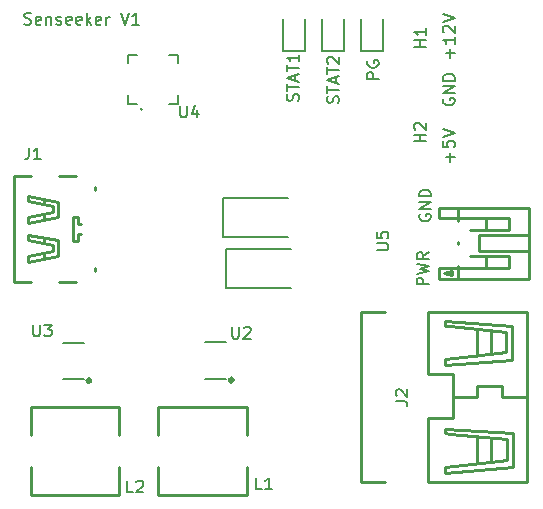
<source format=gbr>
%TF.GenerationSoftware,KiCad,Pcbnew,9.0.7*%
%TF.CreationDate,2026-01-27T16:03:40-08:00*%
%TF.ProjectId,charging-circuit,63686172-6769-46e6-972d-636972637569,rev?*%
%TF.SameCoordinates,Original*%
%TF.FileFunction,Legend,Top*%
%TF.FilePolarity,Positive*%
%FSLAX46Y46*%
G04 Gerber Fmt 4.6, Leading zero omitted, Abs format (unit mm)*
G04 Created by KiCad (PCBNEW 9.0.7) date 2026-01-27 16:03:40*
%MOMM*%
%LPD*%
G01*
G04 APERTURE LIST*
%ADD10C,0.150000*%
%ADD11C,0.250000*%
%ADD12C,0.300000*%
G04 APERTURE END LIST*
D10*
X84088866Y-60663220D02*
X84088866Y-59901316D01*
X84469819Y-60282268D02*
X83707914Y-60282268D01*
X84469819Y-58901316D02*
X84469819Y-59472744D01*
X84469819Y-59187030D02*
X83469819Y-59187030D01*
X83469819Y-59187030D02*
X83612676Y-59282268D01*
X83612676Y-59282268D02*
X83707914Y-59377506D01*
X83707914Y-59377506D02*
X83755533Y-59472744D01*
X83565057Y-58520363D02*
X83517438Y-58472744D01*
X83517438Y-58472744D02*
X83469819Y-58377506D01*
X83469819Y-58377506D02*
X83469819Y-58139411D01*
X83469819Y-58139411D02*
X83517438Y-58044173D01*
X83517438Y-58044173D02*
X83565057Y-57996554D01*
X83565057Y-57996554D02*
X83660295Y-57948935D01*
X83660295Y-57948935D02*
X83755533Y-57948935D01*
X83755533Y-57948935D02*
X83898390Y-57996554D01*
X83898390Y-57996554D02*
X84469819Y-58567982D01*
X84469819Y-58567982D02*
X84469819Y-57948935D01*
X83469819Y-57663220D02*
X84469819Y-57329887D01*
X84469819Y-57329887D02*
X83469819Y-56996554D01*
X82269819Y-79863220D02*
X81269819Y-79863220D01*
X81269819Y-79863220D02*
X81269819Y-79482268D01*
X81269819Y-79482268D02*
X81317438Y-79387030D01*
X81317438Y-79387030D02*
X81365057Y-79339411D01*
X81365057Y-79339411D02*
X81460295Y-79291792D01*
X81460295Y-79291792D02*
X81603152Y-79291792D01*
X81603152Y-79291792D02*
X81698390Y-79339411D01*
X81698390Y-79339411D02*
X81746009Y-79387030D01*
X81746009Y-79387030D02*
X81793628Y-79482268D01*
X81793628Y-79482268D02*
X81793628Y-79863220D01*
X81269819Y-78958458D02*
X82269819Y-78720363D01*
X82269819Y-78720363D02*
X81555533Y-78529887D01*
X81555533Y-78529887D02*
X82269819Y-78339411D01*
X82269819Y-78339411D02*
X81269819Y-78101316D01*
X82269819Y-77148935D02*
X81793628Y-77482268D01*
X82269819Y-77720363D02*
X81269819Y-77720363D01*
X81269819Y-77720363D02*
X81269819Y-77339411D01*
X81269819Y-77339411D02*
X81317438Y-77244173D01*
X81317438Y-77244173D02*
X81365057Y-77196554D01*
X81365057Y-77196554D02*
X81460295Y-77148935D01*
X81460295Y-77148935D02*
X81603152Y-77148935D01*
X81603152Y-77148935D02*
X81698390Y-77196554D01*
X81698390Y-77196554D02*
X81746009Y-77244173D01*
X81746009Y-77244173D02*
X81793628Y-77339411D01*
X81793628Y-77339411D02*
X81793628Y-77720363D01*
X71222200Y-64310839D02*
X71269819Y-64167982D01*
X71269819Y-64167982D02*
X71269819Y-63929887D01*
X71269819Y-63929887D02*
X71222200Y-63834649D01*
X71222200Y-63834649D02*
X71174580Y-63787030D01*
X71174580Y-63787030D02*
X71079342Y-63739411D01*
X71079342Y-63739411D02*
X70984104Y-63739411D01*
X70984104Y-63739411D02*
X70888866Y-63787030D01*
X70888866Y-63787030D02*
X70841247Y-63834649D01*
X70841247Y-63834649D02*
X70793628Y-63929887D01*
X70793628Y-63929887D02*
X70746009Y-64120363D01*
X70746009Y-64120363D02*
X70698390Y-64215601D01*
X70698390Y-64215601D02*
X70650771Y-64263220D01*
X70650771Y-64263220D02*
X70555533Y-64310839D01*
X70555533Y-64310839D02*
X70460295Y-64310839D01*
X70460295Y-64310839D02*
X70365057Y-64263220D01*
X70365057Y-64263220D02*
X70317438Y-64215601D01*
X70317438Y-64215601D02*
X70269819Y-64120363D01*
X70269819Y-64120363D02*
X70269819Y-63882268D01*
X70269819Y-63882268D02*
X70317438Y-63739411D01*
X70269819Y-63453696D02*
X70269819Y-62882268D01*
X71269819Y-63167982D02*
X70269819Y-63167982D01*
X70984104Y-62596553D02*
X70984104Y-62120363D01*
X71269819Y-62691791D02*
X70269819Y-62358458D01*
X70269819Y-62358458D02*
X71269819Y-62025125D01*
X70269819Y-61834648D02*
X70269819Y-61263220D01*
X71269819Y-61548934D02*
X70269819Y-61548934D01*
X71269819Y-60406077D02*
X71269819Y-60977505D01*
X71269819Y-60691791D02*
X70269819Y-60691791D01*
X70269819Y-60691791D02*
X70412676Y-60787029D01*
X70412676Y-60787029D02*
X70507914Y-60882267D01*
X70507914Y-60882267D02*
X70555533Y-60977505D01*
X84088866Y-69463220D02*
X84088866Y-68701316D01*
X84469819Y-69082268D02*
X83707914Y-69082268D01*
X83469819Y-67748935D02*
X83469819Y-68225125D01*
X83469819Y-68225125D02*
X83946009Y-68272744D01*
X83946009Y-68272744D02*
X83898390Y-68225125D01*
X83898390Y-68225125D02*
X83850771Y-68129887D01*
X83850771Y-68129887D02*
X83850771Y-67891792D01*
X83850771Y-67891792D02*
X83898390Y-67796554D01*
X83898390Y-67796554D02*
X83946009Y-67748935D01*
X83946009Y-67748935D02*
X84041247Y-67701316D01*
X84041247Y-67701316D02*
X84279342Y-67701316D01*
X84279342Y-67701316D02*
X84374580Y-67748935D01*
X84374580Y-67748935D02*
X84422200Y-67796554D01*
X84422200Y-67796554D02*
X84469819Y-67891792D01*
X84469819Y-67891792D02*
X84469819Y-68129887D01*
X84469819Y-68129887D02*
X84422200Y-68225125D01*
X84422200Y-68225125D02*
X84374580Y-68272744D01*
X83469819Y-67415601D02*
X84469819Y-67082268D01*
X84469819Y-67082268D02*
X83469819Y-66748935D01*
X74622200Y-64510839D02*
X74669819Y-64367982D01*
X74669819Y-64367982D02*
X74669819Y-64129887D01*
X74669819Y-64129887D02*
X74622200Y-64034649D01*
X74622200Y-64034649D02*
X74574580Y-63987030D01*
X74574580Y-63987030D02*
X74479342Y-63939411D01*
X74479342Y-63939411D02*
X74384104Y-63939411D01*
X74384104Y-63939411D02*
X74288866Y-63987030D01*
X74288866Y-63987030D02*
X74241247Y-64034649D01*
X74241247Y-64034649D02*
X74193628Y-64129887D01*
X74193628Y-64129887D02*
X74146009Y-64320363D01*
X74146009Y-64320363D02*
X74098390Y-64415601D01*
X74098390Y-64415601D02*
X74050771Y-64463220D01*
X74050771Y-64463220D02*
X73955533Y-64510839D01*
X73955533Y-64510839D02*
X73860295Y-64510839D01*
X73860295Y-64510839D02*
X73765057Y-64463220D01*
X73765057Y-64463220D02*
X73717438Y-64415601D01*
X73717438Y-64415601D02*
X73669819Y-64320363D01*
X73669819Y-64320363D02*
X73669819Y-64082268D01*
X73669819Y-64082268D02*
X73717438Y-63939411D01*
X73669819Y-63653696D02*
X73669819Y-63082268D01*
X74669819Y-63367982D02*
X73669819Y-63367982D01*
X74384104Y-62796553D02*
X74384104Y-62320363D01*
X74669819Y-62891791D02*
X73669819Y-62558458D01*
X73669819Y-62558458D02*
X74669819Y-62225125D01*
X73669819Y-62034648D02*
X73669819Y-61463220D01*
X74669819Y-61748934D02*
X73669819Y-61748934D01*
X73765057Y-61177505D02*
X73717438Y-61129886D01*
X73717438Y-61129886D02*
X73669819Y-61034648D01*
X73669819Y-61034648D02*
X73669819Y-60796553D01*
X73669819Y-60796553D02*
X73717438Y-60701315D01*
X73717438Y-60701315D02*
X73765057Y-60653696D01*
X73765057Y-60653696D02*
X73860295Y-60606077D01*
X73860295Y-60606077D02*
X73955533Y-60606077D01*
X73955533Y-60606077D02*
X74098390Y-60653696D01*
X74098390Y-60653696D02*
X74669819Y-61225124D01*
X74669819Y-61225124D02*
X74669819Y-60606077D01*
X48041160Y-57822200D02*
X48184017Y-57869819D01*
X48184017Y-57869819D02*
X48422112Y-57869819D01*
X48422112Y-57869819D02*
X48517350Y-57822200D01*
X48517350Y-57822200D02*
X48564969Y-57774580D01*
X48564969Y-57774580D02*
X48612588Y-57679342D01*
X48612588Y-57679342D02*
X48612588Y-57584104D01*
X48612588Y-57584104D02*
X48564969Y-57488866D01*
X48564969Y-57488866D02*
X48517350Y-57441247D01*
X48517350Y-57441247D02*
X48422112Y-57393628D01*
X48422112Y-57393628D02*
X48231636Y-57346009D01*
X48231636Y-57346009D02*
X48136398Y-57298390D01*
X48136398Y-57298390D02*
X48088779Y-57250771D01*
X48088779Y-57250771D02*
X48041160Y-57155533D01*
X48041160Y-57155533D02*
X48041160Y-57060295D01*
X48041160Y-57060295D02*
X48088779Y-56965057D01*
X48088779Y-56965057D02*
X48136398Y-56917438D01*
X48136398Y-56917438D02*
X48231636Y-56869819D01*
X48231636Y-56869819D02*
X48469731Y-56869819D01*
X48469731Y-56869819D02*
X48612588Y-56917438D01*
X49422112Y-57822200D02*
X49326874Y-57869819D01*
X49326874Y-57869819D02*
X49136398Y-57869819D01*
X49136398Y-57869819D02*
X49041160Y-57822200D01*
X49041160Y-57822200D02*
X48993541Y-57726961D01*
X48993541Y-57726961D02*
X48993541Y-57346009D01*
X48993541Y-57346009D02*
X49041160Y-57250771D01*
X49041160Y-57250771D02*
X49136398Y-57203152D01*
X49136398Y-57203152D02*
X49326874Y-57203152D01*
X49326874Y-57203152D02*
X49422112Y-57250771D01*
X49422112Y-57250771D02*
X49469731Y-57346009D01*
X49469731Y-57346009D02*
X49469731Y-57441247D01*
X49469731Y-57441247D02*
X48993541Y-57536485D01*
X49898303Y-57203152D02*
X49898303Y-57869819D01*
X49898303Y-57298390D02*
X49945922Y-57250771D01*
X49945922Y-57250771D02*
X50041160Y-57203152D01*
X50041160Y-57203152D02*
X50184017Y-57203152D01*
X50184017Y-57203152D02*
X50279255Y-57250771D01*
X50279255Y-57250771D02*
X50326874Y-57346009D01*
X50326874Y-57346009D02*
X50326874Y-57869819D01*
X50755446Y-57822200D02*
X50850684Y-57869819D01*
X50850684Y-57869819D02*
X51041160Y-57869819D01*
X51041160Y-57869819D02*
X51136398Y-57822200D01*
X51136398Y-57822200D02*
X51184017Y-57726961D01*
X51184017Y-57726961D02*
X51184017Y-57679342D01*
X51184017Y-57679342D02*
X51136398Y-57584104D01*
X51136398Y-57584104D02*
X51041160Y-57536485D01*
X51041160Y-57536485D02*
X50898303Y-57536485D01*
X50898303Y-57536485D02*
X50803065Y-57488866D01*
X50803065Y-57488866D02*
X50755446Y-57393628D01*
X50755446Y-57393628D02*
X50755446Y-57346009D01*
X50755446Y-57346009D02*
X50803065Y-57250771D01*
X50803065Y-57250771D02*
X50898303Y-57203152D01*
X50898303Y-57203152D02*
X51041160Y-57203152D01*
X51041160Y-57203152D02*
X51136398Y-57250771D01*
X51993541Y-57822200D02*
X51898303Y-57869819D01*
X51898303Y-57869819D02*
X51707827Y-57869819D01*
X51707827Y-57869819D02*
X51612589Y-57822200D01*
X51612589Y-57822200D02*
X51564970Y-57726961D01*
X51564970Y-57726961D02*
X51564970Y-57346009D01*
X51564970Y-57346009D02*
X51612589Y-57250771D01*
X51612589Y-57250771D02*
X51707827Y-57203152D01*
X51707827Y-57203152D02*
X51898303Y-57203152D01*
X51898303Y-57203152D02*
X51993541Y-57250771D01*
X51993541Y-57250771D02*
X52041160Y-57346009D01*
X52041160Y-57346009D02*
X52041160Y-57441247D01*
X52041160Y-57441247D02*
X51564970Y-57536485D01*
X52850684Y-57822200D02*
X52755446Y-57869819D01*
X52755446Y-57869819D02*
X52564970Y-57869819D01*
X52564970Y-57869819D02*
X52469732Y-57822200D01*
X52469732Y-57822200D02*
X52422113Y-57726961D01*
X52422113Y-57726961D02*
X52422113Y-57346009D01*
X52422113Y-57346009D02*
X52469732Y-57250771D01*
X52469732Y-57250771D02*
X52564970Y-57203152D01*
X52564970Y-57203152D02*
X52755446Y-57203152D01*
X52755446Y-57203152D02*
X52850684Y-57250771D01*
X52850684Y-57250771D02*
X52898303Y-57346009D01*
X52898303Y-57346009D02*
X52898303Y-57441247D01*
X52898303Y-57441247D02*
X52422113Y-57536485D01*
X53326875Y-57869819D02*
X53326875Y-56869819D01*
X53422113Y-57488866D02*
X53707827Y-57869819D01*
X53707827Y-57203152D02*
X53326875Y-57584104D01*
X54517351Y-57822200D02*
X54422113Y-57869819D01*
X54422113Y-57869819D02*
X54231637Y-57869819D01*
X54231637Y-57869819D02*
X54136399Y-57822200D01*
X54136399Y-57822200D02*
X54088780Y-57726961D01*
X54088780Y-57726961D02*
X54088780Y-57346009D01*
X54088780Y-57346009D02*
X54136399Y-57250771D01*
X54136399Y-57250771D02*
X54231637Y-57203152D01*
X54231637Y-57203152D02*
X54422113Y-57203152D01*
X54422113Y-57203152D02*
X54517351Y-57250771D01*
X54517351Y-57250771D02*
X54564970Y-57346009D01*
X54564970Y-57346009D02*
X54564970Y-57441247D01*
X54564970Y-57441247D02*
X54088780Y-57536485D01*
X54993542Y-57869819D02*
X54993542Y-57203152D01*
X54993542Y-57393628D02*
X55041161Y-57298390D01*
X55041161Y-57298390D02*
X55088780Y-57250771D01*
X55088780Y-57250771D02*
X55184018Y-57203152D01*
X55184018Y-57203152D02*
X55279256Y-57203152D01*
X56231638Y-56869819D02*
X56564971Y-57869819D01*
X56564971Y-57869819D02*
X56898304Y-56869819D01*
X57755447Y-57869819D02*
X57184019Y-57869819D01*
X57469733Y-57869819D02*
X57469733Y-56869819D01*
X57469733Y-56869819D02*
X57374495Y-57012676D01*
X57374495Y-57012676D02*
X57279257Y-57107914D01*
X57279257Y-57107914D02*
X57184019Y-57155533D01*
X78069819Y-62463220D02*
X77069819Y-62463220D01*
X77069819Y-62463220D02*
X77069819Y-62082268D01*
X77069819Y-62082268D02*
X77117438Y-61987030D01*
X77117438Y-61987030D02*
X77165057Y-61939411D01*
X77165057Y-61939411D02*
X77260295Y-61891792D01*
X77260295Y-61891792D02*
X77403152Y-61891792D01*
X77403152Y-61891792D02*
X77498390Y-61939411D01*
X77498390Y-61939411D02*
X77546009Y-61987030D01*
X77546009Y-61987030D02*
X77593628Y-62082268D01*
X77593628Y-62082268D02*
X77593628Y-62463220D01*
X77117438Y-60939411D02*
X77069819Y-61034649D01*
X77069819Y-61034649D02*
X77069819Y-61177506D01*
X77069819Y-61177506D02*
X77117438Y-61320363D01*
X77117438Y-61320363D02*
X77212676Y-61415601D01*
X77212676Y-61415601D02*
X77307914Y-61463220D01*
X77307914Y-61463220D02*
X77498390Y-61510839D01*
X77498390Y-61510839D02*
X77641247Y-61510839D01*
X77641247Y-61510839D02*
X77831723Y-61463220D01*
X77831723Y-61463220D02*
X77926961Y-61415601D01*
X77926961Y-61415601D02*
X78022200Y-61320363D01*
X78022200Y-61320363D02*
X78069819Y-61177506D01*
X78069819Y-61177506D02*
X78069819Y-61082268D01*
X78069819Y-61082268D02*
X78022200Y-60939411D01*
X78022200Y-60939411D02*
X77974580Y-60891792D01*
X77974580Y-60891792D02*
X77641247Y-60891792D01*
X77641247Y-60891792D02*
X77641247Y-61082268D01*
X81517438Y-73939411D02*
X81469819Y-74034649D01*
X81469819Y-74034649D02*
X81469819Y-74177506D01*
X81469819Y-74177506D02*
X81517438Y-74320363D01*
X81517438Y-74320363D02*
X81612676Y-74415601D01*
X81612676Y-74415601D02*
X81707914Y-74463220D01*
X81707914Y-74463220D02*
X81898390Y-74510839D01*
X81898390Y-74510839D02*
X82041247Y-74510839D01*
X82041247Y-74510839D02*
X82231723Y-74463220D01*
X82231723Y-74463220D02*
X82326961Y-74415601D01*
X82326961Y-74415601D02*
X82422200Y-74320363D01*
X82422200Y-74320363D02*
X82469819Y-74177506D01*
X82469819Y-74177506D02*
X82469819Y-74082268D01*
X82469819Y-74082268D02*
X82422200Y-73939411D01*
X82422200Y-73939411D02*
X82374580Y-73891792D01*
X82374580Y-73891792D02*
X82041247Y-73891792D01*
X82041247Y-73891792D02*
X82041247Y-74082268D01*
X82469819Y-73463220D02*
X81469819Y-73463220D01*
X81469819Y-73463220D02*
X82469819Y-72891792D01*
X82469819Y-72891792D02*
X81469819Y-72891792D01*
X82469819Y-72415601D02*
X81469819Y-72415601D01*
X81469819Y-72415601D02*
X81469819Y-72177506D01*
X81469819Y-72177506D02*
X81517438Y-72034649D01*
X81517438Y-72034649D02*
X81612676Y-71939411D01*
X81612676Y-71939411D02*
X81707914Y-71891792D01*
X81707914Y-71891792D02*
X81898390Y-71844173D01*
X81898390Y-71844173D02*
X82041247Y-71844173D01*
X82041247Y-71844173D02*
X82231723Y-71891792D01*
X82231723Y-71891792D02*
X82326961Y-71939411D01*
X82326961Y-71939411D02*
X82422200Y-72034649D01*
X82422200Y-72034649D02*
X82469819Y-72177506D01*
X82469819Y-72177506D02*
X82469819Y-72415601D01*
X83517438Y-64139411D02*
X83469819Y-64234649D01*
X83469819Y-64234649D02*
X83469819Y-64377506D01*
X83469819Y-64377506D02*
X83517438Y-64520363D01*
X83517438Y-64520363D02*
X83612676Y-64615601D01*
X83612676Y-64615601D02*
X83707914Y-64663220D01*
X83707914Y-64663220D02*
X83898390Y-64710839D01*
X83898390Y-64710839D02*
X84041247Y-64710839D01*
X84041247Y-64710839D02*
X84231723Y-64663220D01*
X84231723Y-64663220D02*
X84326961Y-64615601D01*
X84326961Y-64615601D02*
X84422200Y-64520363D01*
X84422200Y-64520363D02*
X84469819Y-64377506D01*
X84469819Y-64377506D02*
X84469819Y-64282268D01*
X84469819Y-64282268D02*
X84422200Y-64139411D01*
X84422200Y-64139411D02*
X84374580Y-64091792D01*
X84374580Y-64091792D02*
X84041247Y-64091792D01*
X84041247Y-64091792D02*
X84041247Y-64282268D01*
X84469819Y-63663220D02*
X83469819Y-63663220D01*
X83469819Y-63663220D02*
X84469819Y-63091792D01*
X84469819Y-63091792D02*
X83469819Y-63091792D01*
X84469819Y-62615601D02*
X83469819Y-62615601D01*
X83469819Y-62615601D02*
X83469819Y-62377506D01*
X83469819Y-62377506D02*
X83517438Y-62234649D01*
X83517438Y-62234649D02*
X83612676Y-62139411D01*
X83612676Y-62139411D02*
X83707914Y-62091792D01*
X83707914Y-62091792D02*
X83898390Y-62044173D01*
X83898390Y-62044173D02*
X84041247Y-62044173D01*
X84041247Y-62044173D02*
X84231723Y-62091792D01*
X84231723Y-62091792D02*
X84326961Y-62139411D01*
X84326961Y-62139411D02*
X84422200Y-62234649D01*
X84422200Y-62234649D02*
X84469819Y-62377506D01*
X84469819Y-62377506D02*
X84469819Y-62615601D01*
X68159333Y-97228819D02*
X67683143Y-97228819D01*
X67683143Y-97228819D02*
X67683143Y-96228819D01*
X69016476Y-97228819D02*
X68445048Y-97228819D01*
X68730762Y-97228819D02*
X68730762Y-96228819D01*
X68730762Y-96228819D02*
X68635524Y-96371676D01*
X68635524Y-96371676D02*
X68540286Y-96466914D01*
X68540286Y-96466914D02*
X68445048Y-96514533D01*
X82054819Y-59761904D02*
X81054819Y-59761904D01*
X81531009Y-59761904D02*
X81531009Y-59190476D01*
X82054819Y-59190476D02*
X81054819Y-59190476D01*
X82054819Y-58190476D02*
X82054819Y-58761904D01*
X82054819Y-58476190D02*
X81054819Y-58476190D01*
X81054819Y-58476190D02*
X81197676Y-58571428D01*
X81197676Y-58571428D02*
X81292914Y-58666666D01*
X81292914Y-58666666D02*
X81340533Y-58761904D01*
X48434666Y-68288819D02*
X48434666Y-69003104D01*
X48434666Y-69003104D02*
X48387047Y-69145961D01*
X48387047Y-69145961D02*
X48291809Y-69241200D01*
X48291809Y-69241200D02*
X48148952Y-69288819D01*
X48148952Y-69288819D02*
X48053714Y-69288819D01*
X49434666Y-69288819D02*
X48863238Y-69288819D01*
X49148952Y-69288819D02*
X49148952Y-68288819D01*
X49148952Y-68288819D02*
X49053714Y-68431676D01*
X49053714Y-68431676D02*
X48958476Y-68526914D01*
X48958476Y-68526914D02*
X48863238Y-68574533D01*
X65638095Y-83454819D02*
X65638095Y-84264342D01*
X65638095Y-84264342D02*
X65685714Y-84359580D01*
X65685714Y-84359580D02*
X65733333Y-84407200D01*
X65733333Y-84407200D02*
X65828571Y-84454819D01*
X65828571Y-84454819D02*
X66019047Y-84454819D01*
X66019047Y-84454819D02*
X66114285Y-84407200D01*
X66114285Y-84407200D02*
X66161904Y-84359580D01*
X66161904Y-84359580D02*
X66209523Y-84264342D01*
X66209523Y-84264342D02*
X66209523Y-83454819D01*
X66638095Y-83550057D02*
X66685714Y-83502438D01*
X66685714Y-83502438D02*
X66780952Y-83454819D01*
X66780952Y-83454819D02*
X67019047Y-83454819D01*
X67019047Y-83454819D02*
X67114285Y-83502438D01*
X67114285Y-83502438D02*
X67161904Y-83550057D01*
X67161904Y-83550057D02*
X67209523Y-83645295D01*
X67209523Y-83645295D02*
X67209523Y-83740533D01*
X67209523Y-83740533D02*
X67161904Y-83883390D01*
X67161904Y-83883390D02*
X66590476Y-84454819D01*
X66590476Y-84454819D02*
X67209523Y-84454819D01*
X77854819Y-76961904D02*
X78664342Y-76961904D01*
X78664342Y-76961904D02*
X78759580Y-76914285D01*
X78759580Y-76914285D02*
X78807200Y-76866666D01*
X78807200Y-76866666D02*
X78854819Y-76771428D01*
X78854819Y-76771428D02*
X78854819Y-76580952D01*
X78854819Y-76580952D02*
X78807200Y-76485714D01*
X78807200Y-76485714D02*
X78759580Y-76438095D01*
X78759580Y-76438095D02*
X78664342Y-76390476D01*
X78664342Y-76390476D02*
X77854819Y-76390476D01*
X77854819Y-75438095D02*
X77854819Y-75914285D01*
X77854819Y-75914285D02*
X78331009Y-75961904D01*
X78331009Y-75961904D02*
X78283390Y-75914285D01*
X78283390Y-75914285D02*
X78235771Y-75819047D01*
X78235771Y-75819047D02*
X78235771Y-75580952D01*
X78235771Y-75580952D02*
X78283390Y-75485714D01*
X78283390Y-75485714D02*
X78331009Y-75438095D01*
X78331009Y-75438095D02*
X78426247Y-75390476D01*
X78426247Y-75390476D02*
X78664342Y-75390476D01*
X78664342Y-75390476D02*
X78759580Y-75438095D01*
X78759580Y-75438095D02*
X78807200Y-75485714D01*
X78807200Y-75485714D02*
X78854819Y-75580952D01*
X78854819Y-75580952D02*
X78854819Y-75819047D01*
X78854819Y-75819047D02*
X78807200Y-75914285D01*
X78807200Y-75914285D02*
X78759580Y-75961904D01*
X48768095Y-83274819D02*
X48768095Y-84084342D01*
X48768095Y-84084342D02*
X48815714Y-84179580D01*
X48815714Y-84179580D02*
X48863333Y-84227200D01*
X48863333Y-84227200D02*
X48958571Y-84274819D01*
X48958571Y-84274819D02*
X49149047Y-84274819D01*
X49149047Y-84274819D02*
X49244285Y-84227200D01*
X49244285Y-84227200D02*
X49291904Y-84179580D01*
X49291904Y-84179580D02*
X49339523Y-84084342D01*
X49339523Y-84084342D02*
X49339523Y-83274819D01*
X49720476Y-83274819D02*
X50339523Y-83274819D01*
X50339523Y-83274819D02*
X50006190Y-83655771D01*
X50006190Y-83655771D02*
X50149047Y-83655771D01*
X50149047Y-83655771D02*
X50244285Y-83703390D01*
X50244285Y-83703390D02*
X50291904Y-83751009D01*
X50291904Y-83751009D02*
X50339523Y-83846247D01*
X50339523Y-83846247D02*
X50339523Y-84084342D01*
X50339523Y-84084342D02*
X50291904Y-84179580D01*
X50291904Y-84179580D02*
X50244285Y-84227200D01*
X50244285Y-84227200D02*
X50149047Y-84274819D01*
X50149047Y-84274819D02*
X49863333Y-84274819D01*
X49863333Y-84274819D02*
X49768095Y-84227200D01*
X49768095Y-84227200D02*
X49720476Y-84179580D01*
X79464819Y-89741333D02*
X80179104Y-89741333D01*
X80179104Y-89741333D02*
X80321961Y-89788952D01*
X80321961Y-89788952D02*
X80417200Y-89884190D01*
X80417200Y-89884190D02*
X80464819Y-90027047D01*
X80464819Y-90027047D02*
X80464819Y-90122285D01*
X79560057Y-89312761D02*
X79512438Y-89265142D01*
X79512438Y-89265142D02*
X79464819Y-89169904D01*
X79464819Y-89169904D02*
X79464819Y-88931809D01*
X79464819Y-88931809D02*
X79512438Y-88836571D01*
X79512438Y-88836571D02*
X79560057Y-88788952D01*
X79560057Y-88788952D02*
X79655295Y-88741333D01*
X79655295Y-88741333D02*
X79750533Y-88741333D01*
X79750533Y-88741333D02*
X79893390Y-88788952D01*
X79893390Y-88788952D02*
X80464819Y-89360380D01*
X80464819Y-89360380D02*
X80464819Y-88741333D01*
X57237333Y-97482819D02*
X56761143Y-97482819D01*
X56761143Y-97482819D02*
X56761143Y-96482819D01*
X57523048Y-96578057D02*
X57570667Y-96530438D01*
X57570667Y-96530438D02*
X57665905Y-96482819D01*
X57665905Y-96482819D02*
X57904000Y-96482819D01*
X57904000Y-96482819D02*
X57999238Y-96530438D01*
X57999238Y-96530438D02*
X58046857Y-96578057D01*
X58046857Y-96578057D02*
X58094476Y-96673295D01*
X58094476Y-96673295D02*
X58094476Y-96768533D01*
X58094476Y-96768533D02*
X58046857Y-96911390D01*
X58046857Y-96911390D02*
X57475429Y-97482819D01*
X57475429Y-97482819D02*
X58094476Y-97482819D01*
X61214095Y-64732819D02*
X61214095Y-65542342D01*
X61214095Y-65542342D02*
X61261714Y-65637580D01*
X61261714Y-65637580D02*
X61309333Y-65685200D01*
X61309333Y-65685200D02*
X61404571Y-65732819D01*
X61404571Y-65732819D02*
X61595047Y-65732819D01*
X61595047Y-65732819D02*
X61690285Y-65685200D01*
X61690285Y-65685200D02*
X61737904Y-65637580D01*
X61737904Y-65637580D02*
X61785523Y-65542342D01*
X61785523Y-65542342D02*
X61785523Y-64732819D01*
X62690285Y-65066152D02*
X62690285Y-65732819D01*
X62452190Y-64685200D02*
X62214095Y-65399485D01*
X62214095Y-65399485D02*
X62833142Y-65399485D01*
X82054819Y-67761904D02*
X81054819Y-67761904D01*
X81531009Y-67761904D02*
X81531009Y-67190476D01*
X82054819Y-67190476D02*
X81054819Y-67190476D01*
X81150057Y-66761904D02*
X81102438Y-66714285D01*
X81102438Y-66714285D02*
X81054819Y-66619047D01*
X81054819Y-66619047D02*
X81054819Y-66380952D01*
X81054819Y-66380952D02*
X81102438Y-66285714D01*
X81102438Y-66285714D02*
X81150057Y-66238095D01*
X81150057Y-66238095D02*
X81245295Y-66190476D01*
X81245295Y-66190476D02*
X81340533Y-66190476D01*
X81340533Y-66190476D02*
X81483390Y-66238095D01*
X81483390Y-66238095D02*
X82054819Y-66809523D01*
X82054819Y-66809523D02*
X82054819Y-66190476D01*
D11*
%TO.C,L1*%
X59394000Y-90230000D02*
X59394000Y-92650000D01*
X59394000Y-90230000D02*
X66894000Y-90230000D01*
X59394000Y-95310000D02*
X59394000Y-97730000D01*
X66894000Y-92650000D02*
X66894000Y-90230000D01*
X66894000Y-97730000D02*
X59394000Y-97730000D01*
X66894000Y-97730000D02*
X66894000Y-95310000D01*
%TO.C,J1*%
X47198000Y-70684000D02*
X47198000Y-79684000D01*
X47198000Y-79684000D02*
X48598000Y-79684000D01*
X48368000Y-72364000D02*
X50868000Y-72864000D01*
X48368000Y-72844000D02*
X48368000Y-72364000D01*
X48368000Y-74174000D02*
X50468000Y-73774000D01*
X48368000Y-74664000D02*
X48368000Y-74174000D01*
X48368000Y-75644000D02*
X50868000Y-76144000D01*
X48368000Y-76114000D02*
X48368000Y-75644000D01*
X48368000Y-77444000D02*
X50468000Y-77044000D01*
X48368000Y-77944000D02*
X48368000Y-77444000D01*
X48598000Y-70684000D02*
X48618000Y-70684000D01*
X48618000Y-70684000D02*
X47198000Y-70684000D01*
X49668000Y-72664000D02*
X49668000Y-73064000D01*
X49668000Y-73964000D02*
X49668000Y-74364000D01*
X49668000Y-75944000D02*
X49668000Y-76344000D01*
X49668000Y-77244000D02*
X49668000Y-77644000D01*
X50468000Y-73244000D02*
X48368000Y-72844000D01*
X50468000Y-73774000D02*
X50468000Y-73244000D01*
X50468000Y-76524000D02*
X48368000Y-76114000D01*
X50468000Y-77044000D02*
X50468000Y-76524000D01*
X50868000Y-72864000D02*
X50868000Y-74164000D01*
X50868000Y-74164000D02*
X48368000Y-74664000D01*
X50868000Y-76144000D02*
X50868000Y-77444000D01*
X50868000Y-77444000D02*
X48368000Y-77944000D01*
X50998000Y-79684000D02*
X52448000Y-79684000D01*
X52198000Y-74174000D02*
X52198000Y-76194000D01*
X52198000Y-74184000D02*
X52598000Y-74184000D01*
X52198000Y-76184000D02*
X52598000Y-76184000D01*
X52398000Y-70684000D02*
X50958000Y-70684000D01*
X52398000Y-70684000D02*
X52438000Y-70684000D01*
X52598000Y-74184000D02*
X52598000Y-74784000D01*
X52598000Y-74784000D02*
X52798000Y-74784000D01*
X52598000Y-75584000D02*
X52798000Y-75584000D01*
X52598000Y-76184000D02*
X52598000Y-75584000D01*
X53998000Y-71644000D02*
X53998000Y-71854000D01*
X53998000Y-78514000D02*
X53998000Y-78724000D01*
D10*
%TO.C,U2*%
X65152000Y-84754000D02*
X63372000Y-84754000D01*
X65152000Y-87834000D02*
X63372000Y-87834000D01*
D12*
X65712000Y-87964000D02*
G75*
G02*
X65412000Y-87964000I-150000J0D01*
G01*
X65412000Y-87964000D02*
G75*
G02*
X65712000Y-87964000I150000J0D01*
G01*
D11*
%TO.C,U5*%
X83148218Y-73370410D02*
X83148218Y-74270410D01*
X83148218Y-74270410D02*
X84748218Y-74270410D01*
X83148218Y-78470410D02*
X84748218Y-78470410D01*
X83148218Y-79370410D02*
X83148218Y-78470410D01*
X83548218Y-78920410D02*
X84248218Y-78770410D01*
X84248218Y-78770410D02*
X84248218Y-79070410D01*
X84248218Y-79070410D02*
X83548218Y-78920410D01*
X84748218Y-73370410D02*
X83148218Y-73370410D01*
X84748218Y-73370410D02*
X84748218Y-74470410D01*
X84748218Y-73370410D02*
X90748218Y-73370410D01*
X84748218Y-74270410D02*
X89048218Y-74270410D01*
X84748218Y-76270410D02*
X84748218Y-76470410D01*
X84748218Y-78270410D02*
X84748218Y-79370410D01*
X84748218Y-79370410D02*
X83148218Y-79370410D01*
X85768218Y-77500410D02*
X89048218Y-77500410D01*
X86498218Y-75670410D02*
X86498218Y-77020410D01*
X86498218Y-77020410D02*
X90748218Y-77020410D01*
X87148218Y-74270410D02*
X87148218Y-75220410D01*
X87148218Y-77500410D02*
X87148218Y-78450410D01*
X89048218Y-74270410D02*
X89048218Y-75220410D01*
X89048218Y-75220410D02*
X85768218Y-75220410D01*
X89048218Y-77500410D02*
X89048218Y-78450410D01*
X89048218Y-78450410D02*
X84748218Y-78450410D01*
X90748218Y-73370410D02*
X90748218Y-79370410D01*
X90748218Y-75670410D02*
X86498218Y-75670410D01*
X90748218Y-75670410D02*
X90748218Y-75670410D01*
X90748218Y-79370410D02*
X84748218Y-79370410D01*
D10*
%TO.C,D5*%
X65070000Y-76836000D02*
X65070000Y-80136000D01*
X65070000Y-76836000D02*
X70580000Y-76836000D01*
X65070000Y-80136000D02*
X70580000Y-80136000D01*
%TO.C,U3*%
X53094000Y-84820000D02*
X51314000Y-84820000D01*
X53094000Y-87900000D02*
X51314000Y-87900000D01*
D12*
X53654000Y-88030000D02*
G75*
G02*
X53354000Y-88030000I-150000J0D01*
G01*
X53354000Y-88030000D02*
G75*
G02*
X53654000Y-88030000I150000J0D01*
G01*
D10*
%TO.C,D1*%
X69906000Y-57420000D02*
X69906000Y-60110000D01*
X69906000Y-60110000D02*
X71826000Y-60110000D01*
X71826000Y-60110000D02*
X71826000Y-57420000D01*
%TO.C,D2*%
X76510000Y-57420000D02*
X76510000Y-60110000D01*
X76510000Y-60110000D02*
X78430000Y-60110000D01*
X78430000Y-60110000D02*
X78430000Y-57420000D01*
D11*
%TO.C,J2*%
X76506000Y-82208000D02*
X78566000Y-82208000D01*
X76506000Y-96608000D02*
X76506000Y-82208000D01*
X76506000Y-96608000D02*
X78566000Y-96608000D01*
X82206000Y-82208000D02*
X90626000Y-82208000D01*
X82206000Y-96608000D02*
X90626000Y-96608000D01*
X82216000Y-82218000D02*
X82216000Y-87418000D01*
X82216000Y-87418000D02*
X84356000Y-87418000D01*
X82236000Y-91198000D02*
X82236000Y-96598000D01*
X83626000Y-82998000D02*
X89366000Y-83348000D01*
X83626000Y-83378000D02*
X83626000Y-82998000D01*
X83626000Y-86218000D02*
X88166000Y-85708000D01*
X83626000Y-86728000D02*
X83626000Y-86218000D01*
X83676000Y-92098000D02*
X89426000Y-92448000D01*
X83676000Y-92478000D02*
X83676000Y-92098000D01*
X83676000Y-95318000D02*
X88216000Y-94808000D01*
X83676000Y-95828000D02*
X83676000Y-95318000D01*
X84056000Y-83408000D02*
X83626000Y-83378000D01*
X84106000Y-92508000D02*
X83676000Y-92478000D01*
X84326000Y-89418000D02*
X86346000Y-89418000D01*
X84356000Y-87418000D02*
X84356000Y-91198000D01*
X84356000Y-91198000D02*
X82236000Y-91198000D01*
X86336000Y-85918000D02*
X86336000Y-83658000D01*
X86346000Y-88498000D02*
X88466000Y-88498000D01*
X86346000Y-89418000D02*
X86346000Y-88498000D01*
X86356000Y-95018000D02*
X86356000Y-92758000D01*
X87546000Y-85778000D02*
X87546000Y-83748000D01*
X87566000Y-94878000D02*
X87566000Y-92848000D01*
X88166000Y-85708000D02*
X88846000Y-85628000D01*
X88216000Y-94808000D02*
X88896000Y-94738000D01*
X88466000Y-88498000D02*
X88466000Y-89418000D01*
X88466000Y-89418000D02*
X90496000Y-89418000D01*
X88836000Y-83878000D02*
X84056000Y-83408000D01*
X88846000Y-85628000D02*
X88836000Y-83878000D01*
X88886000Y-92988000D02*
X84106000Y-92508000D01*
X88896000Y-94738000D02*
X88886000Y-92988000D01*
X89356000Y-86228000D02*
X83626000Y-86728000D01*
X89366000Y-83348000D02*
X89356000Y-86228000D01*
X89416000Y-95328000D02*
X83676000Y-95828000D01*
X89426000Y-92448000D02*
X89416000Y-95328000D01*
X90626000Y-96608000D02*
X90626000Y-82208000D01*
%TO.C,L2*%
X48574000Y-90230000D02*
X48574000Y-92650000D01*
X48574000Y-90230000D02*
X56074000Y-90230000D01*
X48574000Y-95310000D02*
X48574000Y-97730000D01*
X56074000Y-92650000D02*
X56074000Y-90230000D01*
X56074000Y-97730000D02*
X48574000Y-97730000D01*
X56074000Y-97730000D02*
X56074000Y-95310000D01*
D10*
%TO.C,D3*%
X73208000Y-57420000D02*
X73208000Y-60110000D01*
X73208000Y-60110000D02*
X75128000Y-60110000D01*
X75128000Y-60110000D02*
X75128000Y-57420000D01*
%TO.C,U4*%
X56848000Y-60404000D02*
X57598000Y-60404000D01*
X56848000Y-61154000D02*
X56848000Y-60404000D01*
X56848000Y-63814000D02*
X56848000Y-64564000D01*
X56848000Y-64564000D02*
X57598000Y-64564000D01*
X61008000Y-60404000D02*
X60258000Y-60404000D01*
X61008000Y-61154000D02*
X61008000Y-60404000D01*
X61008000Y-63814000D02*
X61008000Y-64564000D01*
X61008000Y-64564000D02*
X60258000Y-64564000D01*
X57998000Y-65024000D02*
G75*
G02*
X57858000Y-65024000I-70000J0D01*
G01*
X57858000Y-65024000D02*
G75*
G02*
X57998000Y-65024000I70000J0D01*
G01*
%TO.C,D4*%
X64816000Y-72518000D02*
X64816000Y-75818000D01*
X64816000Y-72518000D02*
X70326000Y-72518000D01*
X64816000Y-75818000D02*
X70326000Y-75818000D01*
%TD*%
M02*

</source>
